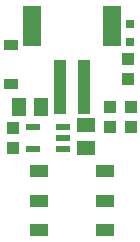
<source format=gbr>
G04 EAGLE Gerber RS-274X export*
G75*
%MOMM*%
%FSLAX34Y34*%
%LPD*%
%INSolderpaste Top*%
%IPPOS*%
%AMOC8*
5,1,8,0,0,1.08239X$1,22.5*%
G01*
%ADD10R,1.000000X4.600000*%
%ADD11R,1.600000X3.400000*%
%ADD12R,1.200000X0.550000*%
%ADD13R,0.800000X0.800000*%
%ADD14R,1.000000X1.075000*%
%ADD15R,1.500000X1.240000*%
%ADD16R,1.240000X1.500000*%
%ADD17R,1.500000X1.000000*%
%ADD18R,1.220000X0.910000*%


D10*
X78900Y134450D03*
X98900Y134450D03*
D11*
X54900Y186450D03*
X122900Y186450D03*
D12*
X81581Y81940D03*
X81581Y91440D03*
X81581Y100940D03*
X55579Y100940D03*
X55579Y81940D03*
D13*
X137795Y172840D03*
X137795Y187840D03*
D14*
X136525Y158360D03*
X136525Y141360D03*
D15*
X100965Y102210D03*
X100965Y83210D03*
D14*
X38735Y82940D03*
X38735Y99940D03*
D16*
X62840Y117475D03*
X43840Y117475D03*
D17*
X60900Y13100D03*
X60900Y38100D03*
X60900Y63100D03*
X116900Y63100D03*
X116900Y38100D03*
X116900Y13100D03*
D14*
X120650Y117720D03*
X120650Y100720D03*
X138430Y100720D03*
X138430Y117720D03*
D18*
X36830Y170045D03*
X36830Y137295D03*
M02*

</source>
